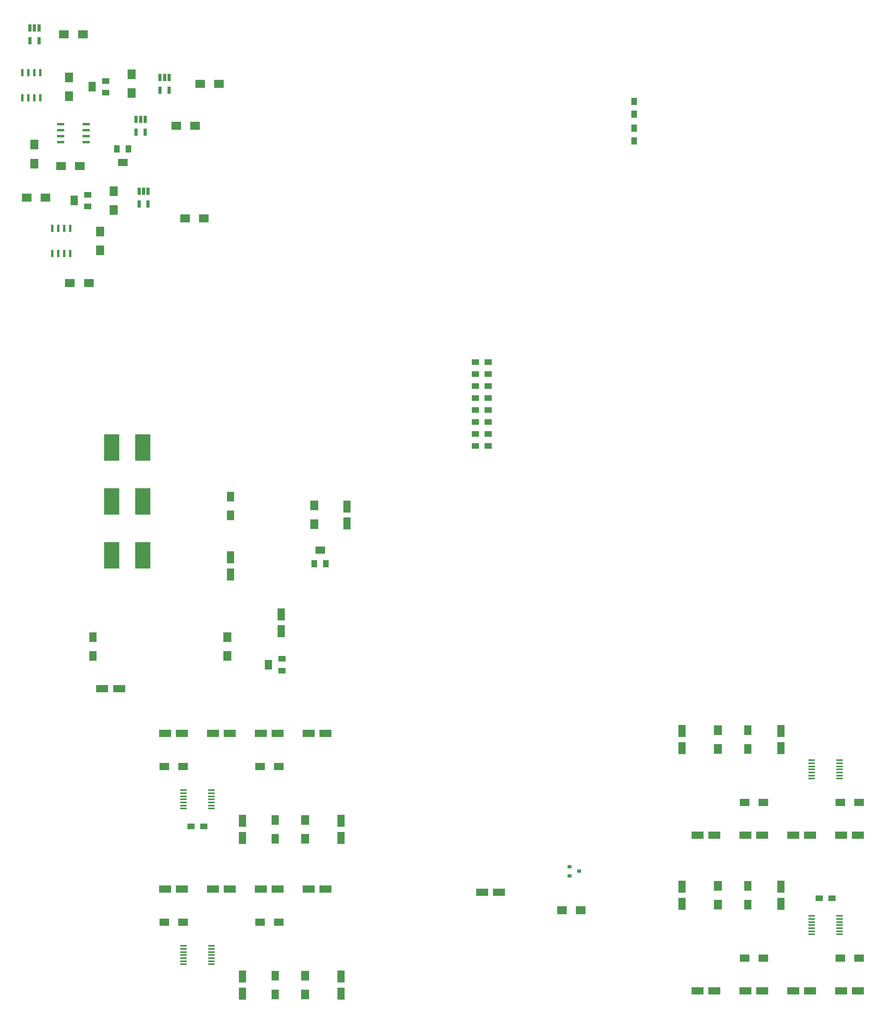
<source format=gbr>
G04 #@! TF.FileFunction,Paste,Top*
%FSLAX46Y46*%
G04 Gerber Fmt 4.6, Leading zero omitted, Abs format (unit mm)*
G04 Created by KiCad (PCBNEW 4.0.6) date 07/21/17 01:23:24*
%MOMM*%
%LPD*%
G01*
G04 APERTURE LIST*
%ADD10C,0.100000*%
%ADD11R,3.302000X5.588000*%
%ADD12R,2.600000X1.600000*%
%ADD13R,1.600000X2.600000*%
%ADD14R,0.900000X0.800000*%
%ADD15R,1.300000X1.500000*%
%ADD16R,1.500000X1.300000*%
%ADD17R,2.000000X1.700000*%
%ADD18R,1.700000X2.000000*%
%ADD19R,0.650000X1.560000*%
%ADD20R,0.600000X1.550000*%
%ADD21R,1.550000X0.600000*%
%ADD22R,2.000000X1.600000*%
%ADD23R,1.600000X2.000000*%
%ADD24R,1.450000X0.450000*%
%ADD25R,1.600000X1.300000*%
%ADD26R,1.300000X1.600000*%
G04 APERTURE END LIST*
D10*
D11*
X41719500Y-133032500D03*
X35115500Y-133032500D03*
D12*
X70380000Y-170815000D03*
X66780000Y-170815000D03*
D13*
X62865000Y-192935000D03*
X62865000Y-189335000D03*
D12*
X50060000Y-170815000D03*
X46460000Y-170815000D03*
X70380000Y-203835000D03*
X66780000Y-203835000D03*
D13*
X62865000Y-225955000D03*
X62865000Y-222355000D03*
D12*
X50060000Y-203835000D03*
X46460000Y-203835000D03*
X56620000Y-203835000D03*
X60220000Y-203835000D03*
X56620000Y-170815000D03*
X60220000Y-170815000D03*
D13*
X83820000Y-192935000D03*
X83820000Y-189335000D03*
D12*
X80540000Y-170815000D03*
X76940000Y-170815000D03*
D13*
X83820000Y-225955000D03*
X83820000Y-222355000D03*
D12*
X80540000Y-203835000D03*
X76940000Y-203835000D03*
X169650000Y-225425000D03*
X173250000Y-225425000D03*
D13*
X177165000Y-203305000D03*
X177165000Y-206905000D03*
D12*
X189970000Y-225425000D03*
X193570000Y-225425000D03*
X169650000Y-192405000D03*
X173250000Y-192405000D03*
D13*
X177165000Y-170285000D03*
X177165000Y-173885000D03*
D12*
X189970000Y-192405000D03*
X193570000Y-192405000D03*
X183410000Y-192405000D03*
X179810000Y-192405000D03*
X183410000Y-225425000D03*
X179810000Y-225425000D03*
D13*
X156210000Y-203305000D03*
X156210000Y-206905000D03*
D12*
X159490000Y-225425000D03*
X163090000Y-225425000D03*
D13*
X156210000Y-170285000D03*
X156210000Y-173885000D03*
D12*
X159490000Y-192405000D03*
X163090000Y-192405000D03*
D13*
X60325000Y-137055000D03*
X60325000Y-133455000D03*
D12*
X33125000Y-161290000D03*
X36725000Y-161290000D03*
D13*
X85090000Y-122660000D03*
X85090000Y-126260000D03*
X71120000Y-149120000D03*
X71120000Y-145520000D03*
D12*
X113770000Y-204470000D03*
X117370000Y-204470000D03*
D14*
X132350000Y-199075000D03*
X132350000Y-200975000D03*
X134350000Y-200025000D03*
D15*
X146050000Y-45165000D03*
X146050000Y-42465000D03*
X146050000Y-36750000D03*
X146050000Y-39450000D03*
D16*
X112315000Y-109855000D03*
X115015000Y-109855000D03*
X112315000Y-104775000D03*
X115015000Y-104775000D03*
X112315000Y-99695000D03*
X115015000Y-99695000D03*
X112315000Y-94615000D03*
X115015000Y-94615000D03*
X112315000Y-107315000D03*
X115015000Y-107315000D03*
X112315000Y-102235000D03*
X115015000Y-102235000D03*
X112315000Y-97155000D03*
X115015000Y-97155000D03*
X112315000Y-92075000D03*
X115015000Y-92075000D03*
D17*
X48800000Y-41910000D03*
X52800000Y-41910000D03*
X24987500Y-22542500D03*
X28987500Y-22542500D03*
X24352500Y-50482500D03*
X28352500Y-50482500D03*
D18*
X18732500Y-45942500D03*
X18732500Y-49942500D03*
D17*
X53880000Y-33020000D03*
X57880000Y-33020000D03*
D18*
X39370000Y-35020000D03*
X39370000Y-31020000D03*
D16*
X51990000Y-190500000D03*
X54690000Y-190500000D03*
D18*
X76200000Y-189135000D03*
X76200000Y-193135000D03*
X76200000Y-222155000D03*
X76200000Y-226155000D03*
D16*
X188040000Y-205740000D03*
X185340000Y-205740000D03*
D18*
X163830000Y-174085000D03*
X163830000Y-170085000D03*
X163830000Y-207105000D03*
X163830000Y-203105000D03*
X78105000Y-122460000D03*
X78105000Y-126460000D03*
X59690000Y-154400000D03*
X59690000Y-150400000D03*
D17*
X130715000Y-208280000D03*
X134715000Y-208280000D03*
D18*
X26035000Y-31655000D03*
X26035000Y-35655000D03*
D17*
X50705000Y-61595000D03*
X54705000Y-61595000D03*
D18*
X35560000Y-55785000D03*
X35560000Y-59785000D03*
D17*
X17050000Y-57150000D03*
X21050000Y-57150000D03*
D18*
X32702500Y-68357500D03*
X32702500Y-64357500D03*
D17*
X26257500Y-75247500D03*
X30257500Y-75247500D03*
D19*
X42225000Y-40560000D03*
X41275000Y-40560000D03*
X40325000Y-40560000D03*
X40325000Y-43260000D03*
X42225000Y-43260000D03*
X19682500Y-21192500D03*
X18732500Y-21192500D03*
X17782500Y-21192500D03*
X17782500Y-23892500D03*
X19682500Y-23892500D03*
D20*
X20002500Y-30637500D03*
X18732500Y-30637500D03*
X17462500Y-30637500D03*
X16192500Y-30637500D03*
X16192500Y-36037500D03*
X17462500Y-36037500D03*
X18732500Y-36037500D03*
X20002500Y-36037500D03*
D21*
X29687500Y-45402500D03*
X29687500Y-44132500D03*
X29687500Y-42862500D03*
X29687500Y-41592500D03*
X24287500Y-41592500D03*
X24287500Y-42862500D03*
X24287500Y-44132500D03*
X24287500Y-45402500D03*
D19*
X47305000Y-31670000D03*
X46355000Y-31670000D03*
X45405000Y-31670000D03*
X45405000Y-34370000D03*
X47305000Y-34370000D03*
X42860000Y-55800000D03*
X41910000Y-55800000D03*
X40960000Y-55800000D03*
X40960000Y-58500000D03*
X42860000Y-58500000D03*
D20*
X26352500Y-63657500D03*
X25082500Y-63657500D03*
X23812500Y-63657500D03*
X22542500Y-63657500D03*
X22542500Y-69057500D03*
X23812500Y-69057500D03*
X25082500Y-69057500D03*
X26352500Y-69057500D03*
D22*
X70580000Y-177800000D03*
X66580000Y-177800000D03*
D23*
X69850000Y-189135000D03*
X69850000Y-193135000D03*
D22*
X50260000Y-177800000D03*
X46260000Y-177800000D03*
X70580000Y-210820000D03*
X66580000Y-210820000D03*
D23*
X69850000Y-222155000D03*
X69850000Y-226155000D03*
D22*
X169450000Y-218440000D03*
X173450000Y-218440000D03*
D23*
X170180000Y-207105000D03*
X170180000Y-203105000D03*
D22*
X189770000Y-218440000D03*
X193770000Y-218440000D03*
X169450000Y-185420000D03*
X173450000Y-185420000D03*
D23*
X170180000Y-174085000D03*
X170180000Y-170085000D03*
D22*
X189770000Y-185420000D03*
X193770000Y-185420000D03*
D23*
X60325000Y-120555000D03*
X60325000Y-124555000D03*
X31115000Y-154400000D03*
X31115000Y-150400000D03*
D22*
X50260000Y-210820000D03*
X46260000Y-210820000D03*
D24*
X56290000Y-219755000D03*
X56290000Y-219105000D03*
X56290000Y-218455000D03*
X56290000Y-217805000D03*
X56290000Y-217155000D03*
X56290000Y-216505000D03*
X56290000Y-215855000D03*
X50390000Y-215855000D03*
X50390000Y-216505000D03*
X50390000Y-217155000D03*
X50390000Y-217805000D03*
X50390000Y-218455000D03*
X50390000Y-219105000D03*
X50390000Y-219755000D03*
X56290000Y-186735000D03*
X56290000Y-186085000D03*
X56290000Y-185435000D03*
X56290000Y-184785000D03*
X56290000Y-184135000D03*
X56290000Y-183485000D03*
X56290000Y-182835000D03*
X50390000Y-182835000D03*
X50390000Y-183485000D03*
X50390000Y-184135000D03*
X50390000Y-184785000D03*
X50390000Y-185435000D03*
X50390000Y-186085000D03*
X50390000Y-186735000D03*
X183740000Y-176485000D03*
X183740000Y-177135000D03*
X183740000Y-177785000D03*
X183740000Y-178435000D03*
X183740000Y-179085000D03*
X183740000Y-179735000D03*
X183740000Y-180385000D03*
X189640000Y-180385000D03*
X189640000Y-179735000D03*
X189640000Y-179085000D03*
X189640000Y-178435000D03*
X189640000Y-177785000D03*
X189640000Y-177135000D03*
X189640000Y-176485000D03*
X183740000Y-209505000D03*
X183740000Y-210155000D03*
X183740000Y-210805000D03*
X183740000Y-211455000D03*
X183740000Y-212105000D03*
X183740000Y-212755000D03*
X183740000Y-213405000D03*
X189640000Y-213405000D03*
X189640000Y-212755000D03*
X189640000Y-212105000D03*
X189640000Y-211455000D03*
X189640000Y-210805000D03*
X189640000Y-210155000D03*
X189640000Y-209505000D03*
D11*
X41719500Y-121602500D03*
X35115500Y-121602500D03*
X41719500Y-110172500D03*
X35115500Y-110172500D03*
D25*
X71300000Y-154960000D03*
X71300000Y-157460000D03*
D23*
X68400000Y-156210000D03*
D26*
X80625000Y-134800000D03*
X78125000Y-134800000D03*
D22*
X79375000Y-131900000D03*
D25*
X30025000Y-56535000D03*
X30025000Y-59035000D03*
D23*
X27125000Y-57785000D03*
D26*
X36215000Y-46810000D03*
X38715000Y-46810000D03*
D22*
X37465000Y-49710000D03*
D25*
X33835000Y-32405000D03*
X33835000Y-34905000D03*
D23*
X30935000Y-33655000D03*
M02*

</source>
